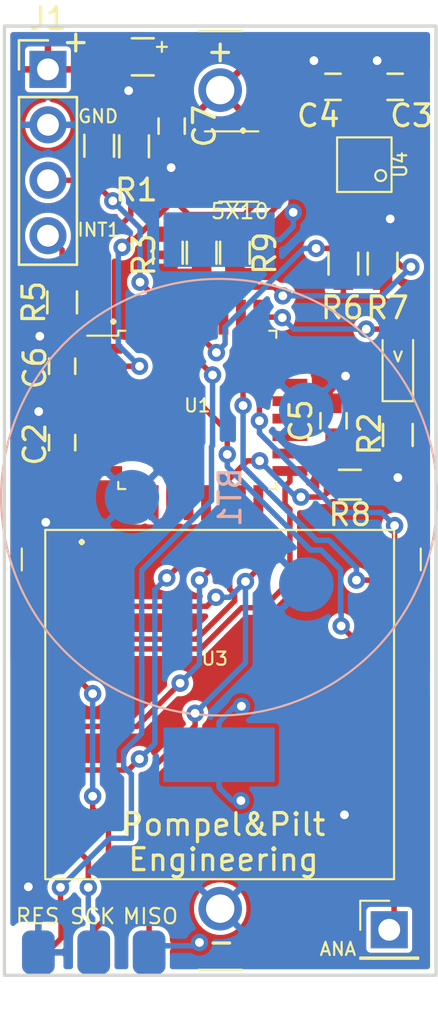
<source format=kicad_pcb>
(kicad_pcb (version 20211014) (generator pcbnew)
  (layers (0 "F.Cu" signal) (31 "B.Cu" signal) (37 "F.SilkS" user "F.Silkscreen") (38 "B.Mask" user) (39 "F.Mask" user) (44 "Edge.Cuts" user))
  (net 0 "")
  (net 1 "/RSTL")
  (net 2 "/SS")
  (net 3 "/SCK")
  (net 4 "/MOSI")
  (net 5 "/MISO")
  (net 6 "/REC_INT")
  (net 7 "/RES")
  (net 8 "GND")
  (net 9 "VCC")
  (net 10 "/INT1")
  (net 11 "/SDA")
  (net 12 "/SCL")
  (net 13 "Net-(D1-Pad1)")
  (net 14 "/LED")
  (net 15 "/SIG_DONE")
  (net 16 "/ANA")
  (net 17 "/T_DEL")
  (net 18 "/TXD")
  (net 19 "/D2")
  (net 20 "/D1")
  (net 21 "/EN_RST")
  (footprint "LEDs:LED_0805" (layer "F.Cu") (at 116.6 54.5 90)
    (fp_text reference "D1" hide)
    (fp_text value "LED")
    (pad "1" smd rect locked (at -1.1 0 270) (size 1.2 1.2) (layers "F.Cu" "F.Paste" "F.Mask") (net 13 "Net-(D1-Pad1)"))
    (pad "2" smd rect locked (at 1.1 0 270) (size 1.2 1.2) (layers "F.Cu" "F.Paste" "F.Mask") (net 14 "/LED"))
  )
  (footprint "Pin_Headers:Pin_Header_Straight_1x01_Pitch2.54mm" (layer "F.Cu") (at 116.205 80.518)
    (fp_text reference "AE1" hide)
    (fp_text value "Antenna")
    (pad "1" thru_hole rect locked (at 0 0) (size 1.7 1.7) (drill 1) (layers *.Cu *.Mask) (net 16 "/ANA"))
  )
  (footprint "halib:EdgePads_FB_2x03" (layer "F.Cu") (at 102.65 84.6)
    (fp_text reference "J2" hide)
    (fp_text value "Conn_02x03_Top_Bottom")
    (pad "1" connect roundrect locked (at -2.54 -3.048) (size 1.5 2) (layers "F.Cu" "F.Mask") (net 7 "/RES"))
    (pad "2" connect roundrect locked (at 0 -3.048) (size 1.5 2) (layers "F.Cu" "F.Mask") (net 3 "/SCK"))
    (pad "3" connect roundrect locked (at 2.54 -3.048) (size 1.5 2) (layers "F.Cu" "F.Mask") (net 5 "/MISO"))
    (pad "4" connect roundrect locked (at -2.54 -3.048) (size 1.5 2) (layers "B.Cu" "B.Mask") (net 8 "GND"))
    (pad "5" connect roundrect locked (at 0 -3.048) (size 1.5 2) (layers "B.Cu" "B.Mask") (net 4 "/MOSI"))
    (pad "6" connect roundrect locked (at 2.54 -3.048) (size 1.5 2) (layers "B.Cu" "B.Mask") (net 9 "VCC"))
  )
  (footprint "halib:1276Module2mm" (layer "F.Cu") (at 106.426 76.2)
    (fp_text reference "U3" (at 1.774 -8.1) (layer "F.SilkS") (effects (font (size 0.6 0.6) (thickness 0.1))))
    (fp_text value "1276Module")
    (pad "1" smd roundrect locked (at -6 1) (size 2 1) (layers "F.Cu" "F.Paste" "F.Mask") (net 8 "GND"))
    (pad "1" smd roundrect locked (at 10 -1) (size 2 1) (layers "F.Cu" "F.Paste" "F.Mask") (net 8 "GND"))
    (pad "1" smd roundrect locked (at -6 -13) (size 2 1) (layers "F.Cu" "F.Paste" "F.Mask") (net 8 "GND"))
    (pad "2" smd roundrect locked (at -6 -11) (size 2 1) (layers "F.Cu" "F.Paste" "F.Mask") (net 5 "/MISO"))
    (pad "3" smd roundrect locked (at -6 -9) (size 2 1) (layers "F.Cu" "F.Paste" "F.Mask") (net 4 "/MOSI"))
    (pad "4" smd roundrect locked (at -6 -7) (size 2 1) (layers "F.Cu" "F.Paste" "F.Mask") (net 3 "/SCK"))
    (pad "5" smd roundrect locked (at -6 -5) (size 2 1) (layers "F.Cu" "F.Paste" "F.Mask") (net 2 "/SS"))
    (pad "6" smd roundrect locked (at -6 -3) (size 2 1) (layers "F.Cu" "F.Paste" "F.Mask") (net 1 "/RSTL"))
    (pad "7" smd roundrect locked (at 10 -9) (size 2 1) (layers "F.Cu" "F.Paste" "F.Mask") (net 6 "/REC_INT"))
    (pad "8" smd roundrect locked (at 10 -11) (size 2 1) (layers "F.Cu" "F.Paste" "F.Mask") (net 20 "/D1"))
    (pad "9" smd roundrect locked (at 10 -13) (size 2 1) (layers "F.Cu" "F.Paste" "F.Mask") (net 19 "/D2"))
    (pad "10" smd roundrect locked (at 10 -3) (size 2 1) (layers "F.Cu" "F.Paste" "F.Mask"))
    (pad "11" smd roundrect locked (at 10 -5) (size 2 1) (layers "F.Cu" "F.Paste" "F.Mask"))
    (pad "12" smd roundrect locked (at -6 -1) (size 2 1) (layers "F.Cu" "F.Paste" "F.Mask"))
    (pad "13" smd roundrect locked (at 10 1) (size 2 1) (layers "F.Cu" "F.Paste" "F.Mask") (net 16 "/ANA"))
    (pad "14" smd roundrect locked (at 10 -7) (size 2 1) (layers "F.Cu" "F.Paste" "F.Mask") (net 9 "VCC"))
  )
  (footprint "halib:Bme280_1mm" (layer "F.Cu") (at 115.062 45.466 -90)
    (fp_text reference "U4" (at 0 -1.651 -90) (layer "F.SilkS") (effects (font (size 0.6 0.6) (thickness 0.1))))
    (fp_text value "BME280")
    (pad "1" smd rect locked (at 1.2 -0.975 270) (size 1 0.35) (layers "F.Cu" "F.Paste" "F.Mask") (net 8 "GND"))
    (pad "2" smd rect locked (at 1.2 -0.325 270) (size 1 0.35) (layers "F.Cu" "F.Paste" "F.Mask") (net 9 "VCC"))
    (pad "3" smd rect locked (at 1.2 0.325 270) (size 1 0.35) (layers "F.Cu" "F.Paste" "F.Mask") (net 11 "/SDA"))
    (pad "4" smd rect locked (at 1.2 0.975 270) (size 1 0.35) (layers "F.Cu" "F.Paste" "F.Mask") (net 12 "/SCL"))
    (pad "5" smd rect locked (at -1.2 0.975 270) (size 1 0.35) (layers "F.Cu" "F.Paste" "F.Mask") (net 8 "GND"))
    (pad "6" smd rect locked (at -1.2 0.325 270) (size 1 0.35) (layers "F.Cu" "F.Paste" "F.Mask") (net 9 "VCC"))
    (pad "7" smd rect locked (at -1.2 -0.325 270) (size 1 0.35) (layers "F.Cu" "F.Paste" "F.Mask") (net 8 "GND"))
    (pad "8" smd rect locked (at -1.2 -0.975 270) (size 1 0.35) (layers "F.Cu" "F.Paste" "F.Mask") (net 9 "VCC"))
  )
  (footprint "Housings_QFP:TQFP-32_7x7mm_Pitch0.8mm" (layer "F.Cu") (at 107.4 56.7)
    (fp_text reference "U1" (at 0 -0.2) (layer "F.SilkS") (effects (font (size 0.6 0.6) (thickness 0.1))))
    (fp_text value "ATmega328P-AU")
    (pad "1" smd rect locked (at -4.25 -2.8) (size 1.6 0.45) (layers "F.Cu" "F.Paste" "F.Mask") (net 10 "/INT1"))
    (pad "2" smd rect locked (at -4.25 -2) (size 1.6 0.45) (layers "F.Cu" "F.Paste" "F.Mask") (net 15 "/SIG_DONE"))
    (pad "3" smd rect locked (at -4.25 -1.2) (size 1.6 0.45) (layers "F.Cu" "F.Paste" "F.Mask") (net 8 "GND"))
    (pad "4" smd rect locked (at -4.25 -0.4) (size 1.6 0.45) (layers "F.Cu" "F.Paste" "F.Mask") (net 9 "VCC"))
    (pad "5" smd rect locked (at -4.25 0.4) (size 1.6 0.45) (layers "F.Cu" "F.Paste" "F.Mask") (net 8 "GND"))
    (pad "6" smd rect locked (at -4.25 1.2) (size 1.6 0.45) (layers "F.Cu" "F.Paste" "F.Mask") (net 9 "VCC"))
    (pad "7" smd rect locked (at -4.25 2) (size 1.6 0.45) (layers "F.Cu" "F.Paste" "F.Mask"))
    (pad "8" smd rect locked (at -4.25 2.8) (size 1.6 0.45) (layers "F.Cu" "F.Paste" "F.Mask"))
    (pad "9" smd rect locked (at -2.8 4.25 90) (size 1.6 0.45) (layers "F.Cu" "F.Paste" "F.Mask"))
    (pad "10" smd rect locked (at -2 4.25 90) (size 1.6 0.45) (layers "F.Cu" "F.Paste" "F.Mask"))
    (pad "11" smd rect locked (at -1.2 4.25 90) (size 1.6 0.45) (layers "F.Cu" "F.Paste" "F.Mask"))
    (pad "12" smd rect locked (at -0.4 4.25 90) (size 1.6 0.45) (layers "F.Cu" "F.Paste" "F.Mask"))
    (pad "13" smd rect locked (at 0.4 4.25 90) (size 1.6 0.45) (layers "F.Cu" "F.Paste" "F.Mask") (net 1 "/RSTL"))
    (pad "14" smd rect locked (at 1.2 4.25 90) (size 1.6 0.45) (layers "F.Cu" "F.Paste" "F.Mask") (net 2 "/SS"))
    (pad "15" smd rect locked (at 2 4.25 90) (size 1.6 0.45) (layers "F.Cu" "F.Paste" "F.Mask") (net 4 "/MOSI"))
    (pad "16" smd rect locked (at 2.8 4.25 90) (size 1.6 0.45) (layers "F.Cu" "F.Paste" "F.Mask") (net 5 "/MISO"))
    (pad "17" smd rect locked (at 4.25 2.8) (size 1.6 0.45) (layers "F.Cu" "F.Paste" "F.Mask") (net 3 "/SCK"))
    (pad "18" smd rect locked (at 4.25 2) (size 1.6 0.45) (layers "F.Cu" "F.Paste" "F.Mask") (net 9 "VCC"))
    (pad "19" smd rect locked (at 4.25 1.2) (size 1.6 0.45) (layers "F.Cu" "F.Paste" "F.Mask"))
    (pad "20" smd rect locked (at 4.25 0.4) (size 1.6 0.45) (layers "F.Cu" "F.Paste" "F.Mask"))
    (pad "21" smd rect locked (at 4.25 -0.4) (size 1.6 0.45) (layers "F.Cu" "F.Paste" "F.Mask") (net 8 "GND"))
    (pad "22" smd rect locked (at 4.25 -1.2) (size 1.6 0.45) (layers "F.Cu" "F.Paste" "F.Mask"))
    (pad "23" smd rect locked (at 4.25 -2) (size 1.6 0.45) (layers "F.Cu" "F.Paste" "F.Mask") (net 19 "/D2"))
    (pad "24" smd rect locked (at 4.25 -2.8) (size 1.6 0.45) (layers "F.Cu" "F.Paste" "F.Mask") (net 20 "/D1"))
    (pad "25" smd rect locked (at 2.8 -4.25 90) (size 1.6 0.45) (layers "F.Cu" "F.Paste" "F.Mask") (net 14 "/LED"))
    (pad "26" smd rect locked (at 2 -4.25 90) (size 1.6 0.45) (layers "F.Cu" "F.Paste" "F.Mask"))
    (pad "27" smd rect locked (at 1.2 -4.25 90) (size 1.6 0.45) (layers "F.Cu" "F.Paste" "F.Mask") (net 11 "/SDA"))
    (pad "28" smd rect locked (at 0.4 -4.25 90) (size 1.6 0.45) (layers "F.Cu" "F.Paste" "F.Mask") (net 12 "/SCL"))
    (pad "29" smd rect locked (at -0.4 -4.25 90) (size 1.6 0.45) (layers "F.Cu" "F.Paste" "F.Mask") (net 7 "/RES"))
    (pad "30" smd rect locked (at -1.2 -4.25 90) (size 1.6 0.45) (layers "F.Cu" "F.Paste" "F.Mask"))
    (pad "31" smd rect locked (at -2 -4.25 90) (size 1.6 0.45) (layers "F.Cu" "F.Paste" "F.Mask") (net 18 "/TXD"))
    (pad "32" smd rect locked (at -2.8 -4.25 90) (size 1.6 0.45) (layers "F.Cu" "F.Paste" "F.Mask") (net 6 "/REC_INT"))
  )
  (footprint "halib:CR123Holder" (layer "F.Cu") (at 108.45 42.05 -90)
    (fp_text reference "BT2" hide)
    (fp_text value "CR123")
    (pad "1" thru_hole circle locked (at 0 0 270) (size 2 2) (drill 1.3) (layers *.Cu *.Mask) (net 9 "VCC"))
    (pad "2" thru_hole circle locked (at 37.5 0 270) (size 2 2) (drill 1.3) (layers *.Cu *.Mask) (net 8 "GND"))
  )
  (footprint "TO_SOT_Packages_SMD:SOT-23-6" (layer "F.Cu") (at 109.3 45.55)
    (fp_text reference "U2" hide)
    (fp_text value "TPL5110")
    (pad "1" smd rect locked (at -1.1 -0.95) (size 1.06 0.5) (layers "F.Cu" "F.Paste" "F.Mask") (net 9 "VCC"))
    (pad "2" smd rect locked (at -1.1 0) (size 1.06 0.5) (layers "F.Cu" "F.Paste" "F.Mask") (net 8 "GND"))
    (pad "3" smd rect locked (at -1.1 0.95) (size 1.06 0.5) (layers "F.Cu" "F.Paste" "F.Mask") (net 17 "/T_DEL"))
    (pad "4" smd rect locked (at 1.1 0.95) (size 1.06 0.5) (layers "F.Cu" "F.Paste" "F.Mask") (net 15 "/SIG_DONE"))
    (pad "5" smd rect locked (at 1.1 0) (size 1.06 0.5) (layers "F.Cu" "F.Paste" "F.Mask") (net 10 "/INT1"))
    (pad "6" smd rect locked (at 1.1 -0.95) (size 1.06 0.5) (layers "F.Cu" "F.Paste" "F.Mask") (net 21 "/EN_RST"))
  )
  (footprint "halib:C_0603_Compact_hand" (layer "F.Cu") (at 101.2 58.2 90)
    (fp_text reference "C2" (at -0.075 -1.25 90) (layer "F.SilkS"))
    (fp_text value "100n")
    (pad "1" smd rect locked (at -0.8 0 90) (size 0.9 0.75) (layers "F.Cu" "F.Paste" "F.Mask") (net 9 "VCC"))
    (pad "2" smd rect locked (at 0.8 0 90) (size 0.9 0.75) (layers "F.Cu" "F.Paste" "F.Mask") (net 8 "GND"))
  )
  (footprint "halib:C_0603_Compact_hand" (layer "F.Cu") (at 116.475 41.9 180)
    (fp_text reference "C3" (at -0.75 -1.325) (layer "F.SilkS"))
    (fp_text value "100n")
    (pad "1" smd rect locked (at -0.8 0 180) (size 0.9 0.75) (layers "F.Cu" "F.Paste" "F.Mask") (net 9 "VCC"))
    (pad "2" smd rect locked (at 0.8 0 180) (size 0.9 0.75) (layers "F.Cu" "F.Paste" "F.Mask") (net 8 "GND"))
  )
  (footprint "halib:C_0603_Compact_hand" (layer "F.Cu") (at 113.625 41.9 180)
    (fp_text reference "C4" (at 0.675 -1.325) (layer "F.SilkS"))
    (fp_text value "100n")
    (pad "1" smd rect locked (at -0.8 0 180) (size 0.9 0.75) (layers "F.Cu" "F.Paste" "F.Mask") (net 9 "VCC"))
    (pad "2" smd rect locked (at 0.8 0 180) (size 0.9 0.75) (layers "F.Cu" "F.Paste" "F.Mask") (net 8 "GND"))
  )
  (footprint "halib:C_0603_Compact_hand" (layer "F.Cu") (at 113.65 57.2 90)
    (fp_text reference "C5" (at 0 -1.5 90) (layer "F.SilkS"))
    (fp_text value "100n")
    (pad "1" smd rect locked (at -0.8 0 90) (size 0.9 0.75) (layers "F.Cu" "F.Paste" "F.Mask") (net 9 "VCC"))
    (pad "2" smd rect locked (at 0.8 0 90) (size 0.9 0.75) (layers "F.Cu" "F.Paste" "F.Mask") (net 8 "GND"))
  )
  (footprint "halib:C_0603_Compact_hand" (layer "F.Cu") (at 101.2 54.7 90)
    (fp_text reference "C6" (at -0.075 -1.25 90) (layer "F.SilkS"))
    (fp_text value "100n")
    (pad "1" smd rect locked (at -0.8 0 90) (size 0.9 0.75) (layers "F.Cu" "F.Paste" "F.Mask") (net 9 "VCC"))
    (pad "2" smd rect locked (at 0.8 0 90) (size 0.9 0.75) (layers "F.Cu" "F.Paste" "F.Mask") (net 8 "GND"))
  )
  (footprint "halib:R_0603_Compact_hand" (layer "F.Cu") (at 104.5 44.625 90)
    (fp_text reference "R1" (at -2 0.1 180) (layer "F.SilkS"))
    (fp_text value "10k")
    (pad "1" smd rect locked (at -0.85 0 90) (size 0.7 0.9) (layers "F.Cu" "F.Paste" "F.Mask") (net 17 "/T_DEL"))
    (pad "2" smd rect locked (at 0.85 0 90) (size 0.7 0.9) (layers "F.Cu" "F.Paste" "F.Mask") (net 8 "GND"))
  )
  (footprint "halib:R_0603_Compact_hand" (layer "F.Cu") (at 116.6 57.85 -90)
    (fp_text reference "R2" (at -0.05 1.3 90) (layer "F.SilkS"))
    (fp_text value "R400")
    (pad "1" smd rect locked (at -0.85 0 270) (size 0.7 0.9) (layers "F.Cu" "F.Paste" "F.Mask") (net 13 "Net-(D1-Pad1)"))
    (pad "2" smd rect locked (at 0.85 0 270) (size 0.7 0.9) (layers "F.Cu" "F.Paste" "F.Mask") (net 8 "GND"))
  )
  (footprint "halib:R_0603_Compact_hand" (layer "F.Cu") (at 106.05 49.5 -90)
    (fp_text reference "R3" (at 0.1 1.1 90) (layer "F.SilkS"))
    (fp_text value "4k7")
    (pad "1" smd rect locked (at -0.85 0 270) (size 0.7 0.9) (layers "F.Cu" "F.Paste" "F.Mask") (net 9 "VCC"))
    (pad "2" smd rect locked (at 0.85 0 270) (size 0.7 0.9) (layers "F.Cu" "F.Paste" "F.Mask") (net 7 "/RES"))
  )
  (footprint "halib:R_0603_Compact_hand" (layer "F.Cu") (at 102.9 44.6 -90)
    (fp_text reference "R4" hide)
    (fp_text value "4k7")
    (pad "1" smd rect locked (at -0.85 0 270) (size 0.7 0.9) (layers "F.Cu" "F.Paste" "F.Mask") (net 9 "VCC"))
    (pad "2" smd rect locked (at 0.85 0 270) (size 0.7 0.9) (layers "F.Cu" "F.Paste" "F.Mask") (net 10 "/INT1"))
  )
  (footprint "halib:R_0603_Compact_hand" (layer "F.Cu") (at 114.1 50 90)
    (fp_text reference "R6" (at -2.025 -0.05 180) (layer "F.SilkS"))
    (fp_text value "4k7")
    (pad "1" smd rect locked (at -0.85 0 90) (size 0.7 0.9) (layers "F.Cu" "F.Paste" "F.Mask") (net 9 "VCC"))
    (pad "2" smd rect locked (at 0.85 0 90) (size 0.7 0.9) (layers "F.Cu" "F.Paste" "F.Mask") (net 12 "/SCL"))
  )
  (footprint "halib:R_0603_Compact_hand" (layer "F.Cu") (at 115.9 50 90)
    (fp_text reference "R7" (at -2.025 0.225 180) (layer "F.SilkS"))
    (fp_text value "4k7")
    (pad "1" smd rect locked (at -0.85 0 90) (size 0.7 0.9) (layers "F.Cu" "F.Paste" "F.Mask") (net 9 "VCC"))
    (pad "2" smd rect locked (at 0.85 0 90) (size 0.7 0.9) (layers "F.Cu" "F.Paste" "F.Mask") (net 11 "/SDA"))
  )
  (footprint "halib:R_0603_Compact_hand" (layer "F.Cu") (at 101.2 51.775 90)
    (fp_text reference "R5" (at 0 -1.3 270) (layer "F.SilkS"))
    (fp_text value "4k7")
    (pad "1" smd rect locked (at -0.85 0 90) (size 0.7 0.9) (layers "F.Cu" "F.Paste" "F.Mask") (net 8 "GND"))
    (pad "2" smd rect locked (at 0.85 0 90) (size 0.7 0.9) (layers "F.Cu" "F.Paste" "F.Mask") (net 10 "/INT1"))
  )
  (footprint "halib:R_0603_Compact_hand" (layer "F.Cu") (at 114.4 60.125 180)
    (fp_text reference "R8" (at 0 -1.375) (layer "F.SilkS"))
    (fp_text value "100k")
    (pad "1" smd rect locked (at -0.85 0 180) (size 0.7 0.9) (layers "F.Cu" "F.Paste" "F.Mask") (net 9 "VCC"))
    (pad "2" smd rect locked (at 0.85 0 180) (size 0.7 0.9) (layers "F.Cu" "F.Paste" "F.Mask") (net 2 "/SS"))
  )
  (footprint "Capacitors_SMD:C_0805_HandSoldering" (layer "F.Cu") (at 104.9 40.525 180)
    (fp_text reference "C1" hide)
    (fp_text value "10uF")
    (pad "1" smd rect locked (at -1.25 0 180) (size 1.5 1.25) (layers "F.Cu" "F.Paste" "F.Mask") (net 9 "VCC"))
    (pad "2" smd rect locked (at 1.25 0 180) (size 1.5 1.25) (layers "F.Cu" "F.Paste" "F.Mask") (net 8 "GND"))
  )
  (footprint "halib:R_0603_Compact_hand" (layer "F.Cu") (at 109.125 49.5 90)
    (fp_text reference "R9" (at -0.025 1.375 90) (layer "F.SilkS"))
    (fp_text value "4k7")
    (pad "1" smd rect locked (at -0.85 0 90) (size 0.7 0.9) (layers "F.Cu" "F.Paste" "F.Mask") (net 9 "VCC"))
    (pad "2" smd rect locked (at 0.85 0 90) (size 0.7 0.9) (layers "F.Cu" "F.Paste" "F.Mask") (net 21 "/EN_RST"))
  )
  (footprint "halib:R_0603_Compact_hand" (layer "F.Cu") (at 107.6 49.5 90)
    (fp_text reference "R10" hide)
    (fp_text value "100")
    (pad "1" smd rect locked (at -0.85 0 90) (size 0.7 0.9) (layers "F.Cu" "F.Paste" "F.Mask") (net 7 "/RES"))
    (pad "2" smd rect locked (at 0.85 0 90) (size 0.7 0.9) (layers "F.Cu" "F.Paste" "F.Mask") (net 21 "/EN_RST"))
  )
  (footprint "Pin_Headers:Pin_Header_Straight_1x04_Pitch2.54mm" (layer "F.Cu") (at 100.55 41.1)
    (fp_text reference "J1" (at 0 -2.33) (layer "F.SilkS"))
    (fp_text value "Conn_01x04_Male")
    (pad "1" thru_hole rect locked (at 0 0) (size 1.7 1.7) (drill 1) (layers *.Cu *.Mask) (net 9 "VCC"))
    (pad "2" thru_hole oval locked (at 0 2.54) (size 1.7 1.7) (drill 1) (layers *.Cu *.Mask) (net 8 "GND"))
    (pad "3" thru_hole oval locked (at 0 5.08) (size 1.7 1.7) (drill 1) (layers *.Cu *.Mask) (net 18 "/TXD"))
    (pad "4" thru_hole oval locked (at 0 7.62) (size 1.7 1.7) (drill 1) (layers *.Cu *.Mask) (net 10 "/INT1"))
  )
  (footprint "halib:C_0603_Compact_hand" (layer "F.Cu") (at 106.225 43.7 -90)
    (fp_text reference "C7" (at 0 -1.5 90) (layer "F.SilkS"))
    (fp_text value "100n")
    (pad "1" smd rect locked (at -0.8 0 270) (size 0.9 0.75) (layers "F.Cu" "F.Paste" "F.Mask") (net 9 "VCC"))
    (pad "2" smd rect locked (at 0.8 0 270) (size 0.9 0.75) (layers "F.Cu" "F.Paste" "F.Mask") (net 8 "GND"))
  )
  (footprint "halib:2032-SMD_COMPACT" (layer "B.Cu") (at 108.4 60.7 -90)
    (fp_text reference "BT1" (at 0 -0.5 90) (layer "B.SilkS") (effects (justify mirror)))
    (fp_text value "CR2032")
    (pad "1" smd rect locked (at 11.8 0 270) (size 2.5 5.1) (layers "B.Cu" "B.Paste" "B.Mask") (net 9 "VCC"))
    (pad "1" smd rect locked (at -11.8 0 270) (size 2.5 5.1) (layers "B.Cu" "B.Paste" "B.Mask") (net 9 "VCC"))
    (pad "2" smd circle locked (at -4 -4 270) (size 2.5 2.5) (layers "B.Cu" "B.Paste" "B.Mask") (net 8 "GND"))
    (pad "2" smd circle locked (at 4 -4 270) (size 2.5 2.5) (layers "B.Cu" "B.Paste" "B.Mask") (net 8 "GND"))
    (pad "2" smd circle locked (at 0 4 270) (size 2.5 2.5) (layers "B.Cu" "B.Paste" "B.Mask") (net 8 "GND"))
  )
  (gr_line (start 98.55 39.116) (end 118.35 39.116) (layer "Edge.Cuts") (width 0.15))
  (gr_line (start 118.35 82.6) (end 98.55 82.6) (layer "Edge.Cuts") (width 0.15))
  (gr_line (start 98.55 82.6) (end 98.55 39.116) (layer "Edge.Cuts") (width 0.15))
  (gr_line (start 118.35 39.116) (end 118.35 82.6) (layer "Edge.Cuts") (width 0.15))
  (gr_text "-" (at 108.5 81.05) (layer "F.SilkS") (effects (font (size 1 1))))
  (gr_text "5X10" (at 109.35 47.6) (layer "F.SilkS") (effects (font (size 0.7 0.7) (thickness 0.1))))
  (gr_text "." (at 103.55 52.25) (layer "F.SilkS") (effects (font (size 1 1) (thickness 0.2))))
  (gr_text "." (at 109.5 43.5) (layer "F.SilkS") (effects (font (size 1 1) (thickness 0.2))))
  (gr_text "." (at 102.1 62.35) (layer "F.SilkS") (effects (font (size 1 1) (thickness 0.2))))
  (gr_text "+" (at 105.775 40.025) (layer "F.SilkS") (effects (font (size 0.6 0.6) (thickness 0.1))))
  (gr_text "+" (at 101.825 39.8) (layer "F.SilkS") (effects (font (size 1 1))))
  (gr_text "SCK" (at 102.6 79.9) (layer "F.SilkS") (effects (font (size 0.7 0.7) (thickness 0.1))))
  (gr_text "GND" (at 102.85 43.25) (layer "F.SilkS") (effects (font (size 0.6 0.6) (thickness 0.1))))
  (gr_text "INT1" (at 102.875 48.45) (layer "F.SilkS") (effects (font (size 0.6 0.6) (thickness 0.1))))
  (gr_text "+" (at 108.45 40.25) (layer "F.SilkS") (effects (font (size 1 1))))
  (gr_text ">" (at 116.65 54.25 270) (layer "F.SilkS") (effects (font (size 0.6 0.6) (thickness 0.1))))
  (gr_text "Pompel&Pilt\nEngineering" (at 108.6 76.5) (layer "F.SilkS") (effects (font (size 1 1))))
  (gr_text "MISO" (at 105.25 79.9) (layer "F.SilkS") (effects (font (size 0.7 0.7) (thickness 0.1))))
  (gr_text "ANA" (at 113.85 81.4) (layer "F.SilkS") (effects (font (size 0.6 0.6) (thickness 0.1))))
  (gr_text "RES" (at 100.075 79.9) (layer "F.SilkS") (effects (font (size 0.7 0.7) (thickness 0.1))))
  (segment (start 101.426 73.2) (end 100.426 73.2) (width 0.25) (layer "F.Cu") (net 1))
  (segment (start 107.8 62.6) (end 106 64.4) (width 0.25) (layer "F.Cu") (net 1))
  (segment (start 100.426 73.2) (end 104.240365 73.2) (width 0.25) (layer "F.Cu") (net 1))
  (segment (start 104.240365 73.2) (end 104.747677 72.692688) (width 0.25) (layer "F.Cu") (net 1))
  (segment (start 107.8 60.95) (end 107.8 62.6) (width 0.25) (layer "F.Cu") (net 1))
  (via (at 106 64.4) (size 0.8) (drill 0.4) (layers "F.Cu" "B.Cu") (net 1))
  (via (at 104.747677 72.692688) (size 0.8) (drill 0.4) (layers "F.Cu" "B.Cu") (net 1))
  (segment (start 105.454989 71.985376) (end 104.747677 72.692688) (width 0.25) (layer "B.Cu") (net 1))
  (segment (start 106 64.4) (end 105.454989 64.945011) (width 0.25) (layer "B.Cu") (net 1))
  (segment (start 105.454989 64.945011) (end 105.454989 71.985376) (width 0.25) (layer "B.Cu") (net 1))
  (segment (start 108.6 60.95) (end 108.6 63.4) (width 0.25) (layer "F.Cu") (net 2))
  (segment (start 108.6 63.4) (end 107.5 64.5) (width 0.25) (layer "F.Cu") (net 2))
  (segment (start 108.6 60.95) (end 108.6 60.129245) (width 0.25) (layer "F.Cu") (net 2))
  (segment (start 112.151976 60.701976) (end 112.151976 60.692981) (width 0.25) (layer "F.Cu") (net 2))
  (segment (start 108.6 60.129245) (end 109.694445 59.0348) (width 0.25) (layer "F.Cu") (net 2))
  (segment (start 104.632264 71.2) (end 106.612547 69.219717) (width 0.25) (layer "F.Cu") (net 2))
  (segment (start 109.694445 59.0348) (end 110.26013 59.0348) (width 0.25) (layer "F.Cu") (net 2))
  (segment (start 100.426 71.2) (end 104.632264 71.2) (width 0.25) (layer "F.Cu") (net 2))
  (segment (start 113.157019 60.692981) (end 113.55 60.3) (width 0.25) (layer "F.Cu") (net 2))
  (segment (start 112.151976 60.692981) (end 113.157019 60.692981) (width 0.25) (layer "F.Cu") (net 2))
  (via (at 107.5 64.5) (size 0.8) (drill 0.4) (layers "F.Cu" "B.Cu") (net 2))
  (via (at 112.151976 60.692981) (size 0.8) (drill 0.4) (layers "F.Cu" "B.Cu") (net 2))
  (via (at 110.26013 59.0348) (size 0.8) (drill 0.4) (layers "F.Cu" "B.Cu") (net 2))
  (via (at 106.612547 69.219717) (size 0.8) (drill 0.4) (layers "F.Cu" "B.Cu") (net 2))
  (segment (start 110.26013 59.0348) (end 111.918311 60.692981) (width 0.25) (layer "B.Cu") (net 2))
  (segment (start 107.5 68.332264) (end 106.612547 69.219717) (width 0.25) (layer "B.Cu") (net 2))
  (segment (start 111.918311 60.692981) (end 112.151976 60.692981) (width 0.25) (layer "B.Cu") (net 2))
  (segment (start 107.5 64.5) (end 107.5 68.332264) (width 0.25) (layer "B.Cu") (net 2))
  (segment (start 111.65 64.548322) (end 110.434511 65.763811) (width 0.25) (layer "F.Cu") (net 3))
  (segment (start 102.65 80.552) (end 102.65 81.552) (width 0.25) (layer "F.Cu") (net 3))
  (segment (start 102.1 69.2) (end 102.6 69.7) (width 0.25) (layer "F.Cu") (net 3))
  (segment (start 103.325 79.877) (end 102.65 80.552) (width 0.25) (layer "F.Cu") (net 3))
  (segment (start 111.65 59.5) (end 111.65 59.975) (width 0.25) (layer "F.Cu") (net 3))
  (segment (start 101.97599 67.65001) (end 100.926 68.7) (width 0.25) (layer "F.Cu") (net 3))
  (segment (start 110.434511 65.763811) (end 109.436189 65.763811) (width 0.25) (layer "F.Cu") (net 3))
  (segment (start 111.65 59.975) (end 111.426975 60.198025) (width 0.25) (layer "F.Cu") (net 3))
  (segment (start 109.436189 65.763811) (end 107.54999 67.65001) (width 0.25) (layer "F.Cu") (net 3))
  (segment (start 100.426 69.2) (end 102.1 69.2) (width 0.25) (layer "F.Cu") (net 3))
  (segment (start 102.6 74.4) (end 102.6 74.965685) (width 0.25) (layer "F.Cu") (net 3))
  (segment (start 102.6 74.965685) (end 103.325 75.690685) (width 0.25) (layer "F.Cu") (net 3))
  (segment (start 103.325 75.690685) (end 103.325 79.877) (width 0.25) (layer "F.Cu") (net 3))
  (segment (start 100.926 68.7) (end 100.426 69.2) (width 0.25) (layer "F.Cu") (net 3))
  (segment (start 111.65 61.264007) (end 111.65 64.548322) (width 0.25) (layer "F.Cu") (net 3))
  (segment (start 107.54999 67.65001) (end 101.97599 67.65001) (width 0.25) (layer "F.Cu") (net 3))
  (segment (start 111.426975 60.198025) (end 111.426975 61.040982) (width 0.25) (layer "F.Cu") (net 3))
  (segment (start 111.426975 61.040982) (end 111.65 61.264007) (width 0.25) (layer "F.Cu") (net 3))
  (segment (start 102.999999 80.852001) (end 102.6 81.252) (width 0.25) (layer "F.Cu") (net 3))
  (via (at 102.6 74.4) (size 0.8) (drill 0.4) (layers "F.Cu" "B.Cu") (net 3))
  (via (at 102.6 69.7) (size 0.8) (drill 0.4) (layers "F.Cu" "B.Cu") (net 3))
  (segment (start 102.6 69.7) (end 102.6 74.4) (width 0.25) (layer "B.Cu") (net 3))
  (segment (start 109.4 60.95) (end 109.4 63.701676) (width 0.25) (layer "F.Cu") (net 4))
  (segment (start 107.36359 67.2) (end 100.426 67.2) (width 0.25) (layer "F.Cu") (net 4))
  (segment (start 101.41418 76.37499) (end 102.4 77.36081) (width 0.25) (layer "F.Cu") (net 4))
  (segment (start 108.886188 64.911492) (end 109.112339 65.137643) (width 0.25) (layer "F.Cu") (net 4))
  (segment (start 99.7878 76.37499) (end 101.41418 76.37499) (width 0.25) (layer "F.Cu") (net 4))
  (segment (start 108.886188 64.215488) (end 108.886188 64.911492) (width 0.25) (layer "F.Cu") (net 4))
  (segment (start 100.426 67.2) (end 99.10099 68.52501) (width 0.25) (layer "F.Cu") (net 4))
  (segment (start 102.4 77.36081) (end 102.4 78.575) (width 0.25) (layer "F.Cu") (net 4))
  (segment (start 99.10099 68.52501) (end 99.10099 75.68818) (width 0.25) (layer "F.Cu") (net 4))
  (segment (start 109.112339 65.451251) (end 107.36359 67.2) (width 0.25) (layer "F.Cu") (net 4))
  (segment (start 109.4 63.701676) (end 108.886188 64.215488) (width 0.25) (layer "F.Cu") (net 4))
  (segment (start 109.112339 65.137643) (end 109.112339 65.451251) (width 0.25) (layer "F.Cu") (net 4))
  (segment (start 99.10099 75.68818) (end 99.7878 76.37499) (width 0.25) (layer "F.Cu") (net 4))
  (via (at 102.4 78.575) (size 0.8) (drill 0.4) (layers "F.Cu" "B.Cu") (net 4))
  (segment (start 102.6 80) (end 102.4 79.8) (width 0.25) (layer "B.Cu") (net 4))
  (segment (start 102.4 79.8) (end 102.4 78.575) (width 0.25) (layer "B.Cu") (net 4))
  (segment (start 102.6 81.252) (end 102.6 80) (width 0.25) (layer "B.Cu") (net 4))
  (segment (start 110.2 60.95) (end 110.2 63.97468) (width 0.25) (layer "F.Cu") (net 5))
  (segment (start 100.426 65.2) (end 100.926 65.7) (width 0.25) (layer "F.Cu") (net 5))
  (segment (start 107.3 71.165685) (end 105.19 73.275685) (width 0.25) (layer "F.Cu") (net 5))
  (segment (start 105.89 81.252) (end 105.14 81.252) (width 0.25) (layer "F.Cu") (net 5))
  (segment (start 105.19 73.275685) (end 105.19 80.552) (width 0.25) (layer "F.Cu") (net 5))
  (segment (start 107.83827 65.7) (end 108.253338 65.284932) (width 0.25) (layer "F.Cu") (net 5))
  (segment (start 107.3 70.6) (end 107.3 71.165685) (width 0.25) (layer "F.Cu") (net 5))
  (segment (start 110.2 63.97468) (end 109.61119 64.56349) (width 0.25) (layer "F.Cu") (net 5))
  (segment (start 100.926 65.7) (end 107.83827 65.7) (width 0.25) (layer "F.Cu") (net 5))
  (segment (start 105.19 80.552) (end 105.19 81.552) (width 0.25) (layer "F.Cu") (net 5))
  (via (at 107.3 70.6) (size 0.8) (drill 0.4) (layers "F.Cu" "B.Cu") (net 5))
  (via (at 108.253338 65.284932) (size 0.8) (drill 0.4) (layers "F.Cu" "B.Cu") (net 5))
  (via (at 109.61119 64.56349) (size 0.8) (drill 0.4) (layers "F.Cu" "B.Cu") (net 5))
  (segment (start 108.253338 65.284932) (end 108.889748 65.284932) (width 0.25) (layer "B.Cu") (net 5))
  (segment (start 109.61119 64.56349) (end 109.61119 68.28881) (width 0.25) (layer "B.Cu") (net 5))
  (segment (start 109.61119 68.28881) (end 107.3 70.6) (width 0.25) (layer "B.Cu") (net 5))
  (segment (start 108.889748 65.284932) (end 109.61119 64.56349) (width 0.25) (layer "B.Cu") (net 5))
  (segment (start 114 66.6) (end 114.6 67.2) (width 0.25) (layer "F.Cu") (net 6))
  (segment (start 114.6 67.2) (end 116.426 67.2) (width 0.25) (layer "F.Cu") (net 6))
  (segment (start 104.6 53.5) (end 108.77499 57.67499) (width 0.25) (layer "F.Cu") (net 6))
  (segment (start 104.6 52.45) (end 104.6 53.5) (width 0.25) (layer "F.Cu") (net 6))
  (segment (start 108.77499 57.67499) (end 108.77499 58.738591) (width 0.25) (layer "F.Cu") (net 6))
  (via (at 108.77499 58.738591) (size 0.8) (drill 0.4) (layers "F.Cu" "B.Cu") (net 6))
  (via (at 114 66.6) (size 0.8) (drill 0.4) (layers "F.Cu" "B.Cu") (net 6))
  (segment (start 113.975001 64.018844) (end 113.081156 63.124999) (width 0.25) (layer "B.Cu") (net 6))
  (segment (start 113.081156 63.124999) (end 112.595713 63.124999) (width 0.25) (layer "B.Cu") (net 6))
  (segment (start 108.77499 59.304276) (end 108.77499 58.738591) (width 0.25) (layer "B.Cu") (net 6))
  (segment (start 114 66.6) (end 114 66.034315) (width 0.25) (layer "B.Cu") (net 6))
  (segment (start 114 66.034315) (end 113.975001 66.009316) (width 0.25) (layer "B.Cu") (net 6))
  (segment (start 112.595713 63.124999) (end 108.77499 59.304276) (width 0.25) (layer "B.Cu") (net 6))
  (segment (start 113.975001 66.009316) (end 113.975001 64.018844) (width 0.25) (layer "B.Cu") (net 6))
  (segment (start 101.15 79.55) (end 101.15 80.912) (width 0.25) (layer "F.Cu") (net 7))
  (segment (start 101.15 79.55) (end 101.125 79.525) (width 0.25) (layer "F.Cu") (net 7))
  (segment (start 107.6 50.35) (end 107 50.95) (width 0.25) (layer "F.Cu") (net 7))
  (segment (start 101.125 79.525) (end 101.125 78.575) (width 0.25) (layer "F.Cu") (net 7))
  (segment (start 107 52.45) (end 107 54) (width 0.25) (layer "F.Cu") (net 7))
  (segment (start 100.81 81.252) (end 100.06 81.252) (width 0.25) (layer "F.Cu") (net 7))
  (segment (start 107 50.95) (end 107 52.45) (width 0.25) (layer "F.Cu") (net 7))
  (segment (start 107 54) (end 108.1 55.1) (width 0.25) (layer "F.Cu") (net 7))
  (segment (start 107.6 50.35) (end 106.05 50.35) (width 0.25) (layer "F.Cu") (net 7))
  (segment (start 101.15 80.912) (end 100.81 81.252) (width 0.25) (layer "F.Cu") (net 7))
  (via (at 108.1 55.1) (size 0.8) (drill 0.4) (layers "F.Cu" "B.Cu") (net 7))
  (via (at 101.125 78.575) (size 0.8) (drill 0.4) (layers "F.Cu" "B.Cu") (net 7))
  (segment (start 104.022676 73.040689) (end 104.374998 73.393011) (width 0.25) (layer "B.Cu") (net 7))
  (segment (start 104.022676 72.344687) (end 104.022676 73.040689) (width 0.25) (layer "B.Cu") (net 7))
  (segment (start 108.049989 60.850011) (end 104.85 64.05) (width 0.25) (layer "B.Cu") (net 7))
  (segment (start 104.374998 73.393011) (end 104.374998 76.325002) (width 0.25) (layer "B.Cu") (net 7))
  (segment (start 104.85 71.517363) (end 104.022676 72.344687) (width 0.25) (layer "B.Cu") (net 7))
  (segment (start 108.049989 58.39059) (end 108.049989 60.850011) (width 0.25) (layer "B.Cu") (net 7))
  (segment (start 103.374998 76.325002) (end 101.125 78.575) (width 0.25) (layer "B.Cu") (net 7))
  (segment (start 104.85 64.05) (end 104.85 71.517363) (width 0.25) (layer "B.Cu") (net 7))
  (segment (start 108.1 55.1) (end 108.1 58.340579) (width 0.25) (layer "B.Cu") (net 7))
  (segment (start 108.1 58.340579) (end 108.049989 58.39059) (width 0.25) (layer "B.Cu") (net 7))
  (segment (start 104.374998 76.325002) (end 103.374998 76.325002) (width 0.25) (layer "B.Cu") (net 7))
  (segment (start 101.2 53.9) (end 100.75 53.9) (width 0.25) (layer "F.Cu") (net 8))
  (segment (start 114.087 43.087) (end 112.9 41.9) (width 0.25) (layer "F.Cu") (net 8))
  (segment (start 107.275 45.55) (end 108.2 45.55) (width 0.25) (layer "F.Cu") (net 8))
  (segment (start 116.037 46.666) (end 116.037 47.737) (width 0.25) (layer "F.Cu") (net 8))
  (segment (start 103.65 41.475) (end 104.25 42.075) (width 0.25) (layer "F.Cu") (net 8))
  (segment (start 112.75 41.8) (end 112.75 40.6) (width 0.25) (layer "F.Cu") (net 8))
  (segment (start 101.55 57.1) (end 101.2 57.45) (width 0.25) (layer "F.Cu") (net 8))
  (segment (start 101.2 57.4) (end 100.75 57.4) (width 0.25) (layer "F.Cu") (net 8))
  (segment (start 114.087 44.266) (end 114.087 44.287) (width 0.25) (layer "F.Cu") (net 8))
  (segment (start 115.65 41.8) (end 115.65 40.6) (width 0.25) (layer "F.Cu") (net 8))
  (segment (start 104.5 42.325) (end 104.25 42.075) (width 0.25) (layer "F.Cu") (net 8))
  (segment (start 101.900001 54.025001) (end 101.825 53.95) (width 0.25) (layer "F.Cu") (net 8))
  (segment (start 106.225 44.3) (end 106.225 45.575) (width 0.25) (layer "F.Cu") (net 8))
  (segment (start 115.387 42.888) (end 115.65 42.625) (width 0.25) (layer "F.Cu") (net 8))
  (segment (start 115.65 42.625) (end 115.65 42) (width 0.25) (layer "F.Cu") (net 8))
  (segment (start 113.5 55.85) (end 114.2 55.15) (width 0.25) (layer "F.Cu") (net 8))
  (segment (start 111.65 56.3) (end 113.35 56.3) (width 0.25) (layer "F.Cu") (net 8))
  (segment (start 116.426 75.2) (end 114.2 75.2) (width 0.25) (layer "F.Cu") (net 8))
  (segment (start 100.875 52.625) (end 100.175 53.325) (width 0.25) (layer "F.Cu") (net 8))
  (segment (start 114.2 75.2) (end 114.15 75.25) (width 0.25) (layer "F.Cu") (net 8))
  (segment (start 106.225 45.575) (end 106.2 45.6) (width 0.25) (layer "F.Cu") (net 8))
  (segment (start 114.087 44.266) (end 114.087 43.087) (width 0.25) (layer "F.Cu") (net 8))
  (segment (start 102.1 55.5) (end 101.900001 55.300001) (width 0.25) (layer "F.Cu") (net 8))
  (segment (start 101.2 52.625) (end 100.875 52.625) (width 0.25) (layer "F.Cu") (net 8))
  (segment (start 100.426 77.774) (end 99.65 78.55) (width 0.25) (layer "F.Cu") (net 8))
  (segment (start 103.15 57.1) (end 101.55 57.1) (width 0.25) (layer "F.Cu") (net 8))
  (segment (start 100.75 57.4) (end 100.125 56.775) (width 0.25) (layer "F.Cu") (net 8))
  (segment (start 116.6 58.45) (end 116.6 59.6) (width 0.25) (layer "F.Cu") (net 8))
  (segment (start 101.900001 55.300001) (end 101.900001 54.025001) (width 0.25) (layer "F.Cu") (net 8))
  (segment (start 103.65 40.525) (end 103.65 41.475) (width 0.25) (layer "F.Cu") (net 8))
  (segment (start 115.387 44.266) (end 115.387 42.888) (width 0.25) (layer "F.Cu") (net 8))
  (segment (start 103.15 55.5) (end 102.1 55.5) (width 0.25) (layer "F.Cu") (net 8))
  (segment (start 116.037 47.737) (end 116.25 47.95) (width 0.25) (layer "F.Cu") (net 8))
  (segment (start 101.2 53.95) (end 101.2 53.65) (width 0.25) (layer "F.Cu") (net 8))
  (segment (start 100.75 53.9) (end 100.175 53.325) (width 0.25) (layer "F.Cu") (net 8))
  (segment (start 100.426 63.2) (end 100.426 61.874) (width 0.25) (layer "F.Cu") (net 8))
  (segment (start 104.5 43.775) (end 104.5 42.325) (width 0.25) (layer "F.Cu") (net 8))
  (segment (start 113.35 56.3) (end 113.5 56.45) (width 0.25) (layer "F.Cu") (net 8))
  (segment (start 101.825 53.95) (end 101.2 53.95) (width 0.25) (layer "F.Cu") (net 8))
  (segment (start 100.426 61.874) (end 100.45 61.85) (width 0.25) (layer "F.Cu") (net 8))
  (segment (start 113.5 56.45) (end 113.5 55.85) (width 0.25) (layer "F.Cu") (net 8))
  (segment (start 112.9 41.9) (end 112.825 41.9) (width 0.25) (layer "F.Cu") (net 8))
  (segment (start 100.426 77.2) (end 100.426 77.774) (width 0.25) (layer "F.Cu") (net 8))
  (segment (start 106.225 44.5) (end 107.275 45.55) (width 0.25) (layer "F.Cu") (net 8))
  (segment (start 114.087 44.287) (end 114.1 44.274) (width 0.25) (layer "F.Cu") (net 8))
  (via (at 104.25 42.075) (size 0.8) (drill 0.4) (layers "F.Cu" "B.Cu") (net 8))
  (via (at 116.25 47.95) (size 0.8) (drill 0.4) (layers "F.Cu" "B.Cu") (net 8))
  (via (at 114.2 55.15) (size 0.8) (drill 0.4) (layers "F.Cu" "B.Cu") (net 8))
  (via (at 100.175 53.325) (size 0.8) (drill 0.4) (layers "F.Cu" "B.Cu") (net 8))
  (via (at 99.65 78.55) (size 0.8) (drill 0.4) (layers "F.Cu" "B.Cu") (net 8))
  (via (at 115.65 40.7) (size 0.8) (drill 0.4) (layers "F.Cu" "B.Cu") (net 8))
  (via (at 100.45 61.85) (size 0.8) (drill 0.4) (layers "F.Cu" "B.Cu") (net 8))
  (via (at 112.75 40.7) (size 0.8) (drill 0.4) (layers "F.Cu" "B.Cu") (net 8))
  (via (at 116.6 59.8) (size 0.8) (drill 0.4) (layers "F.Cu" "B.Cu") (net 8))
  (via (at 106.2 45.6) (size 0.8) (drill 0.4) (layers "F.Cu" "B.Cu") (net 8))
  (via (at 114.15 75.25) (size 0.8) (drill 0.4) (layers "F.Cu" "B.Cu") (net 8))
  (via (at 100.125 56.775) (size 0.8) (drill 0.4) (layers "F.Cu" "B.Cu") (net 8))
  (segment (start 100.06 81.252) (end 100.048 81.252) (width 0.25) (layer "B.Cu") (net 8))
  (segment (start 99.65 81.092) (end 100.11 81.552) (width 0.25) (layer "B.Cu") (net 8))
  (segment (start 100.06 81.252) (end 100.06 81.21) (width 0.25) (layer "B.Cu") (net 8))
  (segment (start 106.225 42.9) (end 106.85 42.9) (width 0.25) (layer "F.Cu") (net 9))
  (segment (start 116.037 43.088) (end 117.125 42) (width 0.25) (layer "F.Cu") (net 9))
  (segment (start 116.037 44.266) (end 116.037 43.088) (width 0.25) (layer "F.Cu") (net 9))
  (segment (start 114.737 44.266) (end 114.737 42.212) (width 0.25) (layer "F.Cu") (net 9))
  (segment (start 103.15 56.3) (end 101.4 56.3) (width 0.25) (layer "F.Cu") (net 9))
  (segment (start 107.075 43.125) (end 107.075 44.255) (width 0.25) (layer "F.Cu") (net 9))
  (segment (start 101.2 55.5) (end 99.95 55.5) (width 0.25) (layer "F.Cu") (net 9))
  (segment (start 101.2 56.1) (end 101.2 55.45) (width 0.25) (layer "F.Cu") (net 9))
  (segment (start 111.65 58.7) (end 113.4 58.7) (width 0.25) (layer "F.Cu") (net 9))
  (segment (start 114.275 57.95) (end 114.9 57.325) (width 0.25) (layer "F.Cu") (net 9))
  (segment (start 114.737 44.266) (end 114.734 44.266) (width 0.25) (layer "F.Cu") (net 9))
  (segment (start 115.387 46.666) (end 115.387 45.463) (width 0.25) (layer "F.Cu") (net 9))
  (segment (start 107.075 44.255) (end 107.42 44.6) (width 0.25) (layer "F.Cu") (net 9))
  (segment (start 113.5 58.6) (end 113.5 57.95) (width 0.25) (layer "F.Cu") (net 9))
  (segment (start 117.125 42) (end 117.15 42) (width 0.25) (layer "F.Cu") (net 9))
  (segment (start 101.2 58.95) (end 99.7 58.95) (width 0.25) (layer "F.Cu") (net 9))
  (segment (start 107.42 44.6) (end 108.2 44.6) (width 0.25) (layer "F.Cu") (net 9))
  (segment (start 101.4 56.3) (end 101.2 56.1) (width 0.25) (layer "F.Cu") (net 9))
  (segment (start 115.9 50.75) (end 115.9 51.5) (width 0.25) (layer "F.Cu") (net 9))
  (segment (start 113.4 58.7) (end 113.5 58.6) (width 0.25) (layer "F.Cu") (net 9))
  (segment (start 114.1 50.75) (end 114.1 51.45) (width 0.25) (layer "F.Cu") (net 9))
  (segment (start 103.15 57.9) (end 102.25 57.9) (width 0.25) (layer "F.Cu") (net 9))
  (segment (start 114.737 42.212) (end 114.425 41.9) (width 0.25) (layer "F.Cu") (net 9))
  (segment (start 102.25 57.9) (end 101.2 58.95) (width 0.25) (layer "F.Cu") (net 9))
  (segment (start 106.85 42.9) (end 107.075 43.125) (width 0.25) (layer "F.Cu") (net 9))
  (segment (start 113.65 57.95) (end 114.275 57.95) (width 0.25) (layer "F.Cu") (net 9))
  (via (at 109.4 74.6) (size 0.8) (drill 0.4) (layers "F.Cu" "B.Cu") (net 9))
  (via (at 109.425 70.275) (size 0.8) (drill 0.4) (layers "F.Cu" "B.Cu") (net 9))
  (via (at 111.8 47.65) (size 0.8) (drill 0.4) (layers "F.Cu" "B.Cu") (net 9))
  (via (at 107.5 81.1) (size 0.8) (drill 0.4) (layers "F.Cu" "B.Cu") (net 9))
  (segment (start 111.2 48.9) (end 111.8 48.3) (width 0.25) (layer "B.Cu") (net 9))
  (segment (start 109.125 70.275) (end 109.425 70.275) (width 0.25) (layer "B.Cu") (net 9))
  (segment (start 108.4 74) (end 109 74.6) (width 0.25) (layer "B.Cu") (net 9))
  (segment (start 109 74.6) (end 109.4 74.6) (width 0.25) (layer "B.Cu") (net 9))
  (segment (start 108.4 48.9) (end 111.2 48.9) (width 0.25) (layer "B.Cu") (net 9))
  (segment (start 107.348 81.252) (end 107.5 81.1) (width 0.25) (layer "B.Cu") (net 9))
  (segment (start 108.4 71) (end 109.125 70.275) (width 0.25) (layer "B.Cu") (net 9))
  (segment (start 109.25 49.85) (end 109.8 49.3) (width 0.25) (layer "B.Cu") (net 9))
  (segment (start 108.4 72.5) (end 108.4 74) (width 0.25) (layer "B.Cu") (net 9))
  (segment (start 111.8 48.3) (end 111.8 47.85) (width 0.25) (layer "B.Cu") (net 9))
  (segment (start 105.14 81.252) (end 107.348 81.252) (width 0.25) (layer "B.Cu") (net 9))
  (segment (start 108.4 72.5) (end 108.4 71) (width 0.25) (layer "B.Cu") (net 9))
  (segment (start 109.62 45.45) (end 109.055001 46.014999) (width 0.25) (layer "F.Cu") (net 10))
  (segment (start 101.2 50.925) (end 101.9 50.925) (width 0.25) (layer "F.Cu") (net 10))
  (segment (start 103.15 52.175) (end 103.15 53.425) (width 0.25) (layer "F.Cu") (net 10))
  (segment (start 103.15 53.9) (end 103.15 53.25) (width 0.25) (layer "F.Cu") (net 10))
  (segment (start 110.4 45.45) (end 109.62 45.45) (width 0.25) (layer "F.Cu") (net 10))
  (segment (start 108.726002 47.25) (end 107.138589 47.25) (width 0.25) (layer "F.Cu") (net 10))
  (segment (start 104.349989 46.799989) (end 103 45.45) (width 0.25) (layer "F.Cu") (net 10))
  (segment (start 109.055001 46.921001) (end 108.726002 47.25) (width 0.25) (layer "F.Cu") (net 10))
  (segment (start 101.2 50.925) (end 101.2 49.37) (width 0.25) (layer "F.Cu") (net 10))
  (segment (start 103.15 48.975) (end 103.15 53.425) (width 0.25) (layer "F.Cu") (net 10))
  (segment (start 104.349989 46.799989) (end 104.349989 47.775011) (width 0.25) (layer "F.Cu") (net 10))
  (segment (start 101.2 49.37) (end 100.55 48.72) (width 0.25) (layer "F.Cu") (net 10))
  (segment (start 106.698412 46.812001) (end 106.6864 46.799989) (width 0.25) (layer "F.Cu") (net 10))
  (segment (start 106.688578 46.799989) (end 104.349989 46.799989) (width 0.25) (layer "F.Cu") (net 10))
  (segment (start 109.055001 46.014999) (end 109.055001 46.921001) (width 0.25) (layer "F.Cu") (net 10))
  (segment (start 103 45.45) (end 102.9 45.45) (width 0.25) (layer "F.Cu") (net 10))
  (segment (start 101.9 50.925) (end 103.15 52.175) (width 0.25) (layer "F.Cu") (net 10))
  (segment (start 103.15 53.425) (end 103.15 53.9) (width 0.25) (layer "F.Cu") (net 10))
  (segment (start 104.349989 47.775011) (end 103.15 48.975) (width 0.25) (layer "F.Cu") (net 10))
  (segment (start 107.138589 47.25) (end 106.688578 46.799989) (width 0.25) (layer "F.Cu") (net 10))
  (segment (start 109.02499 51.075011) (end 110.921127 51.075011) (width 0.25) (layer "F.Cu") (net 11))
  (segment (start 116.8 50.15) (end 115.9 49.25) (width 0.25) (layer "F.Cu") (net 11))
  (segment (start 108.6 52.45) (end 108.6 51.500001) (width 0.25) (layer "F.Cu") (net 11))
  (segment (start 114.737 47.587) (end 114.737 46.666) (width 0.25) (layer "F.Cu") (net 11))
  (segment (start 108.6 51.500001) (end 109.02499 51.075011) (width 0.25) (layer "F.Cu") (net 11))
  (segment (start 115.9 48.75) (end 114.737 47.587) (width 0.25) (layer "F.Cu") (net 11))
  (segment (start 110.921127 51.075011) (end 111.321126 51.47501) (width 0.25) (layer "F.Cu") (net 11))
  (segment (start 117.2 50.15) (end 116.8 50.15) (width 0.25) (layer "F.Cu") (net 11))
  (segment (start 115.9 49.25) (end 115.9 48.75) (width 0.25) (layer "F.Cu") (net 11))
  (via (at 117.2 50.15) (size 0.8) (drill 0.4) (layers "F.Cu" "B.Cu") (net 11))
  (via (at 111.321126 51.47501) (size 0.8) (drill 0.4) (layers "F.Cu" "B.Cu") (net 11))
  (segment (start 115.87499 51.47501) (end 111.321126 51.47501) (width 0.25) (layer "B.Cu") (net 11))
  (segment (start 116.9 50.45) (end 117.2 50.15) (width 0.25) (layer "B.Cu") (net 11))
  (segment (start 117.2 50.15) (end 115.87499 51.47501) (width 0.25) (layer "B.Cu") (net 11))
  (segment (start 107.8 52.45) (end 107.8 52.4) (width 0.25) (layer "F.Cu") (net 12))
  (segment (start 107.8 53.6) (end 108.275 54.075) (width 0.25) (layer "F.Cu") (net 12))
  (segment (start 112.85 49.3) (end 114.05 49.3) (width 0.25) (layer "F.Cu") (net 12))
  (segment (start 114.1 49.25) (end 114.1 46.679) (width 0.25) (layer "F.Cu") (net 12))
  (segment (start 107.8 52.45) (end 107.8 53.6) (width 0.25) (layer "F.Cu") (net 12))
  (segment (start 114.1 46.679) (end 114.087 46.666) (width 0.25) (layer "F.Cu") (net 12))
  (segment (start 114.05 49.3) (end 114.1 49.25) (width 0.25) (layer "F.Cu") (net 12))
  (via (at 108.275 54.075) (size 0.8) (drill 0.4) (layers "F.Cu" "B.Cu") (net 12))
  (via (at 112.85 49.3) (size 0.8) (drill 0.4) (layers "F.Cu" "B.Cu") (net 12))
  (segment (start 108.674999 52.909316) (end 112.284315 49.3) (width 0.25) (layer "B.Cu") (net 12))
  (segment (start 108.674999 53.675001) (end 108.674999 52.909316) (width 0.25) (layer "B.Cu") (net 12))
  (segment (start 112.284315 49.3) (end 112.85 49.3) (width 0.25) (layer "B.Cu") (net 12))
  (segment (start 108.275 54.075) (end 108.674999 53.675001) (width 0.25) (layer "B.Cu") (net 12))
  (segment (start 116.6 56.95) (end 116.6 55.3) (width 0.25) (layer "F.Cu") (net 13))
  (segment (start 115.15 53) (end 116.5 53) (width 0.25) (layer "F.Cu") (net 14))
  (segment (start 111.274059 52.45) (end 111.298833 52.474774) (width 0.25) (layer "F.Cu") (net 14))
  (segment (start 116.5 53) (end 116.6 53.1) (width 0.25) (layer "F.Cu") (net 14))
  (segment (start 110.2 52.45) (end 111.274059 52.45) (width 0.25) (layer "F.Cu") (net 14))
  (via (at 111.298833 52.474774) (size 0.8) (drill 0.4) (layers "F.Cu" "B.Cu") (net 14))
  (via (at 115.15 53) (size 0.8) (drill 0.4) (layers "F.Cu" "B.Cu") (net 14))
  (segment (start 115.15 53) (end 111.824059 53) (width 0.25) (layer "B.Cu") (net 14))
  (segment (start 111.824059 53) (end 111.298833 52.474774) (width 0.25) (layer "B.Cu") (net 14))
  (segment (start 103.95 49.25) (end 104.349999 48.850001) (width 0.25) (layer "F.Cu") (net 15))
  (segment (start 109.560991 47.750009) (end 110.4 46.911) (width 0.25) (layer "F.Cu") (net 15))
  (segment (start 110.4 46.911) (end 110.4 46.4) (width 0.25) (layer "F.Cu") (net 15))
  (segment (start 106.161411 47.25) (end 106.5 47.25) (width 0.25) (layer "F.Cu") (net 15))
  (segment (start 104.56141 48.850001) (end 106.161411 47.25) (width 0.25) (layer "F.Cu") (net 15))
  (segment (start 107.000009 47.750009) (end 106.5 47.25) (width 0.25) (layer "F.Cu") (net 15))
  (segment (start 104.349999 48.850001) (end 104.56141 48.850001) (width 0.25) (layer "F.Cu") (net 15))
  (segment (start 103.15 54.7) (end 104.75 54.7) (width 0.25) (layer "F.Cu") (net 15))
  (segment (start 106.5 47.25) (end 106.287988 47.262012) (width 0.25) (layer "F.Cu") (net 15))
  (segment (start 109.560991 47.750009) (end 107.000009 47.750009) (width 0.25) (layer "F.Cu") (net 15))
  (via (at 103.95 49.25) (size 0.8) (drill 0.4) (layers "F.Cu" "B.Cu") (net 15))
  (via (at 104.75 54.7) (size 0.8) (drill 0.4) (layers "F.Cu" "B.Cu") (net 15))
  (segment (start 103.77499 49.42501) (end 103.95 49.25) (width 0.25) (layer "B.Cu") (net 15))
  (segment (start 103.77499 53.72499) (end 103.77499 49.42501) (width 0.25) (layer "B.Cu") (net 15))
  (segment (start 104.75 54.7) (end 103.77499 53.72499) (width 0.25) (layer "B.Cu") (net 15))
  (segment (start 116.426 77.2) (end 116.426 80.297) (width 0.25) (layer "F.Cu") (net 16))
  (segment (start 116.426 80.297) (end 116.205 80.518) (width 0.25) (layer "F.Cu") (net 16))
  (segment (start 106.925 46.4) (end 106.874978 46.349979) (width 0.25) (layer "F.Cu") (net 17))
  (segment (start 106.874978 46.349979) (end 105.374979 46.349979) (width 0.25) (layer "F.Cu") (net 17))
  (segment (start 105.374979 46.349979) (end 104.5 45.475) (width 0.25) (layer "F.Cu") (net 17))
  (segment (start 108.2 46.4) (end 106.925 46.4) (width 0.25) (layer "F.Cu") (net 17))
  (segment (start 105.4 52.45) (end 105.4 51.475) (width 0.25) (layer "F.Cu") (net 18))
  (segment (start 105.4 51.475) (end 104.775 50.85) (width 0.25) (layer "F.Cu") (net 18))
  (segment (start 102.57999 46.18) (end 103.52499 47.125) (width 0.25) (layer "F.Cu") (net 18))
  (segment (start 100.55 46.18) (end 102.57999 46.18) (width 0.25) (layer "F.Cu") (net 18))
  (segment (start 105.4 52.45) (end 105.4 52.35) (width 0.25) (layer "F.Cu") (net 18))
  (segment (start 100.57 46.2) (end 100.55 46.18) (width 0.25) (layer "F.Cu") (net 18))
  (segment (start 105.4 52.45) (end 105.4 53.25) (width 0.25) (layer "F.Cu") (net 18))
  (via (at 103.52499 47.125) (size 0.8) (drill 0.4) (layers "F.Cu" "B.Cu") (net 18))
  (via (at 104.775 50.85) (size 0.8) (drill 0.4) (layers "F.Cu" "B.Cu") (net 18))
  (segment (start 104.775 48.37501) (end 103.52499 47.125) (width 0.25) (layer "B.Cu") (net 18))
  (segment (start 104.775 50.85) (end 104.775 48.37501) (width 0.25) (layer "B.Cu") (net 18))
  (segment (start 116.45 63.176) (end 116.426 63.2) (width 0.25) (layer "F.Cu") (net 19))
  (segment (start 116.45 62) (end 116.45 63.176) (width 0.25) (layer "F.Cu") (net 19))
  (segment (start 116.1 62.874) (end 116.426 63.2) (width 0.25) (layer "F.Cu") (net 19))
  (segment (start 110.249998 55.050002) (end 110.6 54.7) (width 0.25) (layer "F.Cu") (net 19))
  (segment (start 110.249998 57.2) (end 110.249998 55.050002) (width 0.25) (layer "F.Cu") (net 19))
  (segment (start 116.85 62.776) (end 116.426 63.2) (width 0.25) (layer "F.Cu") (net 19))
  (segment (start 110.6 54.7) (end 111.65 54.7) (width 0.25) (layer "F.Cu") (net 19))
  (segment (start 116.55 63.076) (end 116.426 63.2) (width 0.25) (layer "F.Cu") (net 19))
  (via (at 110.249998 57.2) (size 0.8) (drill 0.4) (layers "F.Cu" "B.Cu") (net 19))
  (via (at 116.45 62) (size 0.8) (drill 0.4) (layers "F.Cu" "B.Cu") (net 19))
  (segment (start 115.85 61.4) (end 116.45 62) (width 0.25) (layer "B.Cu") (net 19))
  (segment (start 110.25 57.2) (end 110.25 57.765685) (width 0.25) (layer "B.Cu") (net 19))
  (segment (start 110.25 57.765685) (end 113.884315 61.4) (width 0.25) (layer "B.Cu") (net 19))
  (segment (start 113.884315 61.4) (end 115.85 61.4) (width 0.25) (layer "B.Cu") (net 19))
  (segment (start 110.25 57.2) (end 110.249998 57.2) (width 0.25) (layer "B.Cu") (net 19))
  (segment (start 109.5 55) (end 110.6 53.9) (width 0.25) (layer "F.Cu") (net 20))
  (segment (start 115.726 64.5) (end 116.426 65.2) (width 0.25) (layer "F.Cu") (net 20))
  (segment (start 114.700011 64.5) (end 115.726 64.5) (width 0.25) (layer "F.Cu") (net 20))
  (segment (start 110.6 53.9) (end 111.65 53.9) (width 0.25) (layer "F.Cu") (net 20))
  (segment (start 109.5 56.5) (end 109.5 55) (width 0.25) (layer "F.Cu") (net 20))
  (via (at 114.700011 64.5) (size 0.8) (drill 0.4) (layers "F.Cu" "B.Cu") (net 20))
  (via (at 109.5 56.5) (size 0.8) (drill 0.4) (layers "F.Cu" "B.Cu") (net 20))
  (segment (start 109.5 59.29999) (end 109.5 56.5) (width 0.25) (layer "B.Cu") (net 20))
  (segment (start 114.700011 64.5) (end 114.700011 63.934315) (width 0.25) (layer "B.Cu") (net 20))
  (segment (start 114.700011 63.934315) (end 113.440684 62.674988) (width 0.25) (layer "B.Cu") (net 20))
  (segment (start 113.440684 62.674988) (end 112.874998 62.674988) (width 0.25) (layer "B.Cu") (net 20))
  (segment (start 112.874998 62.674988) (end 109.5 59.29999) (width 0.25) (layer "B.Cu") (net 20))
  (segment (start 111.18 44.6) (end 111.255001 44.675001) (width 0.25) (layer "F.Cu") (net 21))
  (segment (start 107.6 48.65) (end 109.125 48.65) (width 0.25) (layer "F.Cu") (net 21))
  (segment (start 110.4 44.6) (end 111.18 44.6) (width 0.25) (layer "F.Cu") (net 21))
  (segment (start 111.255001 44.675001) (end 111.255001 47.169999) (width 0.25) (layer "F.Cu") (net 21))
  (segment (start 111.255001 47.169999) (end 109.775 48.65) (width 0.25) (layer "F.Cu") (net 21))
  (segment (start 109.775 48.65) (end 109.125 48.65) (width 0.25) (layer "F.Cu") (net 21))
  (zone (net 9) (net_name "VCC") (layer "F.Cu") (connect_pads (clearance 0.2)) (min_thickness 0.254) (fill yes (thermal_gap 0.4) (thermal_bridge_width 0.3))
    (polygon (pts (xy 98.552 39.116) (xy 118.364 39.116) (xy 118.356 82.55) (xy 98.544 82.55)))
  )
  (zone (net 0) (net_name "") (layer "F.Cu") (connect_pads (clearance 0)) (min_thickness 0.254)
    (keepout (tracks allowed) (vias allowed) (pads allowed) (copperpour not_allowed) (footprints allowed))
    (fill (thermal_gap 0.508) (thermal_bridge_width 0.508))
    (polygon (pts (xy 116.6 45.15) (xy 113.6 45.15) (xy 113.6 44.05) (xy 116.6 44.05)))
  )
  (zone (net 0) (net_name "") (layer "F.Cu") (connect_pads (clearance 0)) (min_thickness 0.254)
    (keepout (tracks allowed) (vias allowed) (pads allowed) (copperpour not_allowed) (footprints allowed))
    (fill (thermal_gap 0.508) (thermal_bridge_width 0.508))
    (polygon (pts (xy 115.7 46.25) (xy 115.05 46.25) (xy 115.05 45.75) (xy 115.7 45.75)))
  )
  (zone (net 0) (net_name "") (layer "F.Cu") (connect_pads (clearance 0)) (min_thickness 0.254)
    (keepout (tracks allowed) (vias allowed) (pads allowed) (copperpour not_allowed) (footprints allowed))
    (fill (thermal_gap 0.508) (thermal_bridge_width 0.508))
    (polygon (pts (xy 104.55 58.35) (xy 103.9 58.35) (xy 103.9 55.85) (xy 104.55 55.85)))
  )
  (zone (net 0) (net_name "") (layer "F.Cu") (connect_pads (clearance 0)) (min_thickness 0.254)
    (keepout (tracks allowed) (vias allowed) (pads allowed) (copperpour not_allowed) (footprints allowed))
    (fill (thermal_gap 0.508) (thermal_bridge_width 0.508))
    (polygon (pts (xy 114.2 59.1) (xy 112.8 59.1) (xy 112.8 55.7) (xy 114.2 55.7)))
  )
  (zone (net 0) (net_name "") (layer "F.Cu") (connect_pads (clearance 0)) (min_thickness 0.254)
    (keepout (tracks allowed) (vias allowed) (pads allowed) (copperpour not_allowed) (footprints allowed))
    (fill (thermal_gap 0.508) (thermal_bridge_width 0.508))
    (polygon (pts (xy 116.6 51.25) (xy 113.45 51.25) (xy 113.45 50.1) (xy 116.6 50.1)))
  )
  (zone (net 0) (net_name "") (layer "F.Cu") (connect_pads (clearance 0)) (min_thickness 0.254)
    (keepout (tracks allowed) (vias allowed) (pads allowed) (copperpour not_allowed) (footprints allowed))
    (fill (thermal_gap 0.508) (thermal_bridge_width 0.508))
    (polygon (pts (xy 101.9 59.8) (xy 100.9 59.8) (xy 100.9 53.3568) (xy 101.9 53.3568)))
  )
  (zone (net 0) (net_name "") (layer "F.Cu") (connect_pads (clearance 0)) (min_thickness 0.254)
    (keepout (tracks allowed) (vias allowed) (pads allowed) (copperpour not_allowed) (footprints allowed))
    (fill (thermal_gap 0.4) (thermal_bridge_width 0.3))
    (polygon (pts (xy 110.05 44.85) (xy 108.85 44.85) (xy 108.85 44.05) (xy 110.05 44.05)))
  )
  (zone (net 0) (net_name "") (layer "F.Cu") (connect_pads (clearance 0)) (min_thickness 0.254)
    (keepout (tracks allowed) (vias allowed) (pads allowed) (copperpour not_allowed) (footprints allowed))
    (fill (thermal_gap 0.508) (thermal_bridge_width 0.508))
    (polygon (pts (xy 117.65 43.45) (xy 113.55 43.45) (xy 113.55 42.15) (xy 117.65 42.15)))
  )
  (zone (net 8) (net_name "GND") (layer "B.Cu") (connect_pads (clearance 0.2)) (min_thickness 0.254) (fill yes (thermal_gap 0.4) (thermal_bridge_width 0.3))
    (polygon (pts (xy 98.552 39.116) (xy 118.364 39.116) (xy 118.356 82.55) (xy 98.544 82.55)))
  )
)
</source>
